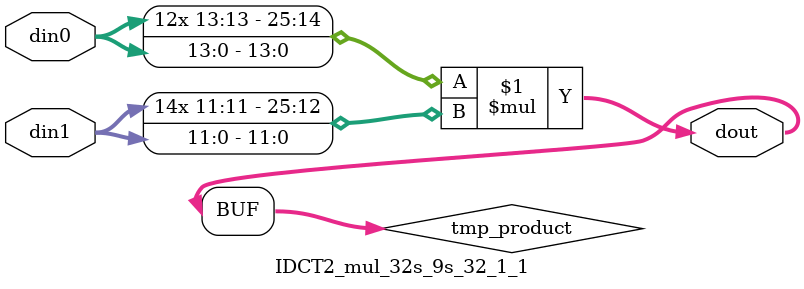
<source format=v>

`timescale 1 ns / 1 ps

 module IDCT2_mul_32s_9s_32_1_1(din0, din1, dout);
parameter ID = 1;
parameter NUM_STAGE = 0;
parameter din0_WIDTH = 14;
parameter din1_WIDTH = 12;
parameter dout_WIDTH = 26;

input [din0_WIDTH - 1 : 0] din0; 
input [din1_WIDTH - 1 : 0] din1; 
output [dout_WIDTH - 1 : 0] dout;

wire signed [dout_WIDTH - 1 : 0] tmp_product;



























assign tmp_product = $signed(din0) * $signed(din1);








assign dout = tmp_product;





















endmodule

</source>
